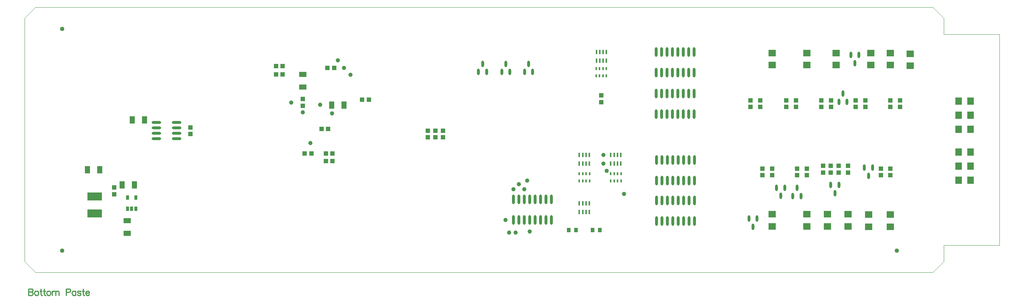
<source format=gbp>
%FSLAX23Y23*%
%MOIN*%
G70*
G01*
G75*
G04 Layer_Color=128*
%ADD10O,0.024X0.059*%
%ADD11O,0.018X0.067*%
%ADD12O,0.059X0.024*%
%ADD13R,0.071X0.051*%
%ADD14R,0.039X0.039*%
%ADD15R,0.039X0.035*%
%ADD16R,0.039X0.039*%
%ADD17R,0.080X0.050*%
%ADD18R,0.134X0.085*%
%ADD19R,0.041X0.085*%
%ADD20R,0.041X0.085*%
%ADD21R,0.106X0.071*%
%ADD22R,0.035X0.039*%
%ADD23O,0.024X0.087*%
%ADD24R,0.051X0.071*%
%ADD25R,0.047X0.047*%
%ADD26R,0.075X0.134*%
%ADD27O,0.024X0.087*%
%ADD28C,0.040*%
%ADD29R,0.016X0.049*%
%ADD30R,0.071X0.079*%
%ADD31R,0.079X0.031*%
%ADD32R,0.134X0.063*%
%ADD33R,0.026X0.041*%
%ADD34R,0.134X0.075*%
%ADD35R,0.091X0.091*%
%ADD36O,0.087X0.024*%
%ADD37O,0.087X0.024*%
%ADD38R,0.071X0.094*%
%ADD39R,0.084X0.052*%
%ADD40O,0.011X0.067*%
%ADD41O,0.067X0.011*%
%ADD42R,0.141X0.116*%
%ADD43O,0.012X0.047*%
%ADD44R,0.177X0.059*%
%ADD45C,0.008*%
%ADD46C,0.012*%
%ADD47C,0.010*%
%ADD48C,0.025*%
%ADD49C,0.020*%
%ADD50C,0.015*%
%ADD51C,0.012*%
%ADD52C,0.004*%
%ADD53C,0.004*%
%ADD54C,0.118*%
%ADD55C,0.125*%
%ADD56C,0.035*%
%ADD57C,0.118*%
%ADD58C,0.065*%
%ADD59R,0.065X0.065*%
%ADD60R,0.065X0.065*%
%ADD61C,0.039*%
%ADD62C,0.040*%
%ADD63C,0.158*%
%ADD64C,0.168*%
%ADD65C,0.056*%
%ADD66C,0.079*%
%ADD67C,0.079*%
%ADD68C,0.058*%
%ADD69C,0.060*%
%ADD70R,0.071X0.063*%
%ADD71R,0.063X0.071*%
%ADD72R,0.013X0.028*%
%ADD73R,0.018X0.040*%
%ADD74R,0.028X0.039*%
%ADD75C,0.039*%
%ADD76C,0.039*%
%ADD77C,0.010*%
%ADD78C,0.008*%
%ADD79C,0.024*%
%ADD80C,0.012*%
%ADD81C,0.020*%
%ADD82R,2.010X0.213*%
%ADD83R,0.560X0.250*%
%ADD84R,0.920X0.150*%
%ADD85C,0.008*%
D10*
X7585Y768D02*
D03*
X7622Y843D02*
D03*
X7547D02*
D03*
X6482Y373D02*
D03*
X6557D02*
D03*
X6520Y298D02*
D03*
X7237Y683D02*
D03*
X7312D02*
D03*
X7275Y608D02*
D03*
X6963Y582D02*
D03*
X6888D02*
D03*
X6925Y657D02*
D03*
X7388Y1452D02*
D03*
X7313D02*
D03*
X7350Y1527D02*
D03*
X7422Y1883D02*
D03*
X7497D02*
D03*
X7460Y1808D02*
D03*
X6775Y583D02*
D03*
X6812Y658D02*
D03*
X6737D02*
D03*
X4450Y1802D02*
D03*
X4413Y1727D02*
D03*
X4488D02*
D03*
X4240Y1802D02*
D03*
X4203Y1727D02*
D03*
X4278D02*
D03*
X4025Y1802D02*
D03*
X3988Y1727D02*
D03*
X4063D02*
D03*
D13*
X747Y239D02*
D03*
Y353D02*
D03*
X2367Y1589D02*
D03*
Y1703D02*
D03*
D14*
X5119Y1449D02*
D03*
Y1511D02*
D03*
X7465Y1466D02*
D03*
Y1404D02*
D03*
X7165Y799D02*
D03*
Y861D02*
D03*
X7555Y1466D02*
D03*
Y1404D02*
D03*
X7235Y799D02*
D03*
Y861D02*
D03*
X625Y599D02*
D03*
Y661D02*
D03*
X7310Y799D02*
D03*
Y861D02*
D03*
X6915Y1466D02*
D03*
Y1404D02*
D03*
X6585Y1466D02*
D03*
Y1404D02*
D03*
X6605Y774D02*
D03*
Y836D02*
D03*
X7875Y1466D02*
D03*
Y1404D02*
D03*
X7700Y774D02*
D03*
Y836D02*
D03*
X7240Y1466D02*
D03*
Y1404D02*
D03*
X7785Y774D02*
D03*
Y836D02*
D03*
X7785Y1466D02*
D03*
Y1404D02*
D03*
X6697Y774D02*
D03*
Y836D02*
D03*
X6495Y1466D02*
D03*
Y1404D02*
D03*
X6825Y1466D02*
D03*
Y1404D02*
D03*
X7395Y861D02*
D03*
Y799D02*
D03*
X2367Y1414D02*
D03*
Y1477D02*
D03*
X3660Y1124D02*
D03*
Y1186D02*
D03*
X3590Y1124D02*
D03*
Y1186D02*
D03*
X3520Y1186D02*
D03*
Y1124D02*
D03*
X7015Y836D02*
D03*
Y774D02*
D03*
X7150Y1404D02*
D03*
Y1466D02*
D03*
X6925Y836D02*
D03*
Y774D02*
D03*
X1330Y1154D02*
D03*
Y1216D02*
D03*
D16*
X2181Y1780D02*
D03*
X2119D02*
D03*
X2181Y1705D02*
D03*
X2119D02*
D03*
X2579Y975D02*
D03*
X2641D02*
D03*
X2384D02*
D03*
X2446D02*
D03*
X2641Y905D02*
D03*
X2579D02*
D03*
X2594Y1765D02*
D03*
X2656D02*
D03*
X2914Y1470D02*
D03*
X2976D02*
D03*
X2601Y1200D02*
D03*
X2539D02*
D03*
D22*
X5040Y267D02*
D03*
X5107D02*
D03*
X4821Y267D02*
D03*
X4888D02*
D03*
D23*
X5625Y1338D02*
D03*
X5675D02*
D03*
X5725D02*
D03*
X5775D02*
D03*
X5975Y1527D02*
D03*
X5925D02*
D03*
X5875D02*
D03*
X5825D02*
D03*
X5775D02*
D03*
X5725D02*
D03*
X5675D02*
D03*
X5625D02*
D03*
X5625Y1910D02*
D03*
X5675D02*
D03*
X5725D02*
D03*
X5775D02*
D03*
X5825D02*
D03*
X5875D02*
D03*
X5925D02*
D03*
X5975D02*
D03*
Y1721D02*
D03*
X5925D02*
D03*
X5875D02*
D03*
X5825D02*
D03*
X5775D02*
D03*
X5725D02*
D03*
X5675D02*
D03*
X5625D02*
D03*
X5975Y1338D02*
D03*
X5925D02*
D03*
X5875D02*
D03*
X5825D02*
D03*
X5630Y351D02*
D03*
X5680D02*
D03*
X5730D02*
D03*
X5780D02*
D03*
X5980Y540D02*
D03*
X5930D02*
D03*
X5880D02*
D03*
X5830D02*
D03*
X5780D02*
D03*
X5730D02*
D03*
X5680D02*
D03*
X5630D02*
D03*
Y915D02*
D03*
X5680D02*
D03*
X5730D02*
D03*
X5780D02*
D03*
X5830D02*
D03*
X5880D02*
D03*
X5930D02*
D03*
X5980D02*
D03*
Y726D02*
D03*
X5930D02*
D03*
X5880D02*
D03*
X5830D02*
D03*
X5780D02*
D03*
X5730D02*
D03*
X5680D02*
D03*
X5630D02*
D03*
X5980Y351D02*
D03*
X5930D02*
D03*
X5880D02*
D03*
X5830D02*
D03*
X4510Y361D02*
D03*
X4560D02*
D03*
X4610D02*
D03*
X4660D02*
D03*
X4310Y550D02*
D03*
X4360D02*
D03*
X4410D02*
D03*
X4460D02*
D03*
X4510D02*
D03*
X4560D02*
D03*
X4610D02*
D03*
X4660D02*
D03*
X4460Y361D02*
D03*
X4410D02*
D03*
X4360D02*
D03*
X4310D02*
D03*
D24*
X793Y1285D02*
D03*
X907D02*
D03*
X380Y826D02*
D03*
X494D02*
D03*
X2747Y1420D02*
D03*
X2633D02*
D03*
X814Y686D02*
D03*
X700D02*
D03*
D28*
X7847Y79D02*
D03*
X147D02*
D03*
Y2126D02*
D03*
D34*
X445Y421D02*
D03*
Y579D02*
D03*
D36*
X1204Y1110D02*
D03*
Y1160D02*
D03*
Y1210D02*
D03*
Y1260D02*
D03*
X1015D02*
D03*
Y1210D02*
D03*
Y1160D02*
D03*
Y1110D02*
D03*
D47*
X-163Y-274D02*
Y-334D01*
Y-274D02*
X-137D01*
X-129Y-277D01*
X-126Y-280D01*
X-123Y-286D01*
Y-291D01*
X-126Y-297D01*
X-129Y-300D01*
X-137Y-303D01*
X-163D02*
X-137D01*
X-129Y-306D01*
X-126Y-309D01*
X-123Y-314D01*
Y-323D01*
X-126Y-329D01*
X-129Y-331D01*
X-137Y-334D01*
X-163D01*
X-95Y-294D02*
X-101Y-297D01*
X-107Y-303D01*
X-110Y-311D01*
Y-317D01*
X-107Y-326D01*
X-101Y-331D01*
X-95Y-334D01*
X-87D01*
X-81Y-331D01*
X-75Y-326D01*
X-72Y-317D01*
Y-311D01*
X-75Y-303D01*
X-81Y-297D01*
X-87Y-294D01*
X-95D01*
X-51Y-274D02*
Y-323D01*
X-48Y-331D01*
X-42Y-334D01*
X-36D01*
X-59Y-294D02*
X-39D01*
X-19Y-274D02*
Y-323D01*
X-16Y-331D01*
X-11Y-334D01*
X-5D01*
X-28Y-294D02*
X-8D01*
X18D02*
X12Y-297D01*
X6Y-303D01*
X4Y-311D01*
Y-317D01*
X6Y-326D01*
X12Y-331D01*
X18Y-334D01*
X26D01*
X32Y-331D01*
X38Y-326D01*
X41Y-317D01*
Y-311D01*
X38Y-303D01*
X32Y-297D01*
X26Y-294D01*
X18D01*
X54D02*
Y-334D01*
Y-306D02*
X62Y-297D01*
X68Y-294D01*
X77D01*
X82Y-297D01*
X85Y-306D01*
Y-334D01*
Y-306D02*
X94Y-297D01*
X100Y-294D01*
X108D01*
X114Y-297D01*
X117Y-306D01*
Y-334D01*
X183Y-306D02*
X208D01*
X217Y-303D01*
X220Y-300D01*
X223Y-294D01*
Y-286D01*
X220Y-280D01*
X217Y-277D01*
X208Y-274D01*
X183D01*
Y-334D01*
X270Y-294D02*
Y-334D01*
Y-303D02*
X265Y-297D01*
X259Y-294D01*
X250D01*
X245Y-297D01*
X239Y-303D01*
X236Y-311D01*
Y-317D01*
X239Y-326D01*
X245Y-331D01*
X250Y-334D01*
X259D01*
X265Y-331D01*
X270Y-326D01*
X318Y-303D02*
X315Y-297D01*
X306Y-294D01*
X298D01*
X289Y-297D01*
X286Y-303D01*
X289Y-309D01*
X295Y-311D01*
X309Y-314D01*
X315Y-317D01*
X318Y-323D01*
Y-326D01*
X315Y-331D01*
X306Y-334D01*
X298D01*
X289Y-331D01*
X286Y-326D01*
X339Y-274D02*
Y-323D01*
X342Y-331D01*
X347Y-334D01*
X353D01*
X330Y-294D02*
X350D01*
X362Y-311D02*
X396D01*
Y-306D01*
X393Y-300D01*
X390Y-297D01*
X385Y-294D01*
X376D01*
X370Y-297D01*
X365Y-303D01*
X362Y-311D01*
Y-317D01*
X365Y-326D01*
X370Y-331D01*
X376Y-334D01*
X385D01*
X390Y-331D01*
X396Y-326D01*
D52*
X-200Y2224D02*
X-100Y2324D01*
X-200Y-21D02*
X-100Y-121D01*
X8180D02*
X8280Y-21D01*
X8180Y2324D02*
X8280Y2224D01*
X8280D01*
Y2074D02*
Y2224D01*
Y-21D02*
Y129D01*
X-100Y-121D02*
X8180D01*
X-100Y2324D02*
X8180D01*
X-200Y-21D02*
Y2224D01*
D53*
X8280Y2074D02*
X8792D01*
X8280Y129D02*
X8792D01*
Y2074D01*
D70*
X7585Y298D02*
D03*
Y410D02*
D03*
X7785Y298D02*
D03*
Y410D02*
D03*
X7396Y301D02*
D03*
Y413D02*
D03*
X7207Y301D02*
D03*
Y413D02*
D03*
X7015Y301D02*
D03*
Y413D02*
D03*
X6697Y1790D02*
D03*
Y1902D02*
D03*
X7017Y1790D02*
D03*
Y1902D02*
D03*
X7285Y1790D02*
D03*
Y1902D02*
D03*
X7787Y1790D02*
D03*
Y1902D02*
D03*
X7607Y1790D02*
D03*
Y1902D02*
D03*
X6697Y413D02*
D03*
Y301D02*
D03*
X7971Y1783D02*
D03*
Y1895D02*
D03*
D71*
X8527Y1459D02*
D03*
X8415D02*
D03*
X8527Y729D02*
D03*
X8415D02*
D03*
Y859D02*
D03*
X8527D02*
D03*
Y989D02*
D03*
X8415D02*
D03*
Y1199D02*
D03*
X8527D02*
D03*
Y1329D02*
D03*
X8415D02*
D03*
D72*
X4918Y788D02*
D03*
X4949D02*
D03*
X4981D02*
D03*
X5012D02*
D03*
Y722D02*
D03*
X4981D02*
D03*
X4949D02*
D03*
X4918D02*
D03*
X5239Y788D02*
D03*
X5271D02*
D03*
X5302D02*
D03*
Y722D02*
D03*
X5271D02*
D03*
X5239D02*
D03*
X5208Y788D02*
D03*
Y722D02*
D03*
X5073Y1692D02*
D03*
X5104D02*
D03*
X5136D02*
D03*
X5167D02*
D03*
Y1758D02*
D03*
X5136D02*
D03*
X5104D02*
D03*
X5073D02*
D03*
D73*
X5011Y960D02*
D03*
X4981D02*
D03*
X4950D02*
D03*
X4918D02*
D03*
Y880D02*
D03*
X4950D02*
D03*
X4981D02*
D03*
X5011D02*
D03*
X5301Y960D02*
D03*
X5271D02*
D03*
X5240D02*
D03*
Y880D02*
D03*
X5271D02*
D03*
X5301D02*
D03*
X4918Y435D02*
D03*
X4950D02*
D03*
X4981D02*
D03*
X5011D02*
D03*
Y515D02*
D03*
X4981D02*
D03*
X4950D02*
D03*
X4918D02*
D03*
X5208Y960D02*
D03*
Y880D02*
D03*
X5168Y1830D02*
D03*
X5137D02*
D03*
X5106D02*
D03*
X5075D02*
D03*
Y1910D02*
D03*
X5106D02*
D03*
X5137D02*
D03*
X5168D02*
D03*
D74*
X825Y567D02*
D03*
X787Y465D02*
D03*
X749Y567D02*
D03*
X825Y465D02*
D03*
X749D02*
D03*
D75*
X4360Y690D02*
D03*
X4310Y645D02*
D03*
X4235Y360D02*
D03*
X4330Y245D02*
D03*
X4270D02*
D03*
X4460Y255D02*
D03*
X4410Y645D02*
D03*
X4435Y725D02*
D03*
X5170Y815D02*
D03*
X5330Y600D02*
D03*
X5140Y960D02*
D03*
Y880D02*
D03*
X2805Y1700D02*
D03*
X2690Y1835D02*
D03*
X2745Y1765D02*
D03*
D76*
X2435Y1070D02*
D03*
X2365Y1355D02*
D03*
X2260Y1445D02*
D03*
X2525Y1425D02*
D03*
X2635Y1345D02*
D03*
M02*

</source>
